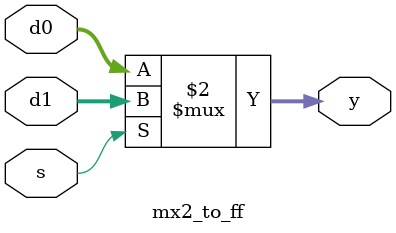
<source format=v>
module mx2_to_ff(d0,d1,s,y);			//32bits mx
input      [31:0]   d0,d1;				//32bits input d0,d1
input               s;					//input 
output   [31:0]   y;						//32bits output


assign y=(s==1'b0) ? d0 : d1;					// if s= 0, y=d0, else y=d1

endmodule

</source>
